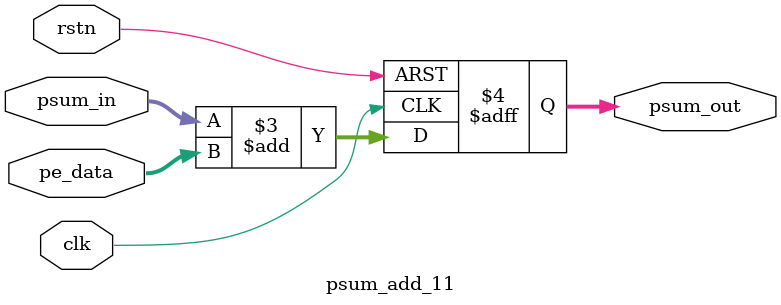
<source format=v>

module psum_add_11 #(
    parameter DWIDTH = 32,
    parameter PE_DWIDTH = 16
) (
    input wire                        clk,
    input wire                        rstn,
    input wire signed [PE_DWIDTH-1:0] pe_data,
    input wire signed [   DWIDTH-1:0] psum_in,

    output reg signed [DWIDTH-1:0] psum_out
);

    // Adder tree
    always @(posedge clk or negedge rstn) begin
        if (!rstn) begin
            psum_out <= 0;
        end else begin
            psum_out <= psum_in + pe_data;
        end
    end
endmodule


</source>
